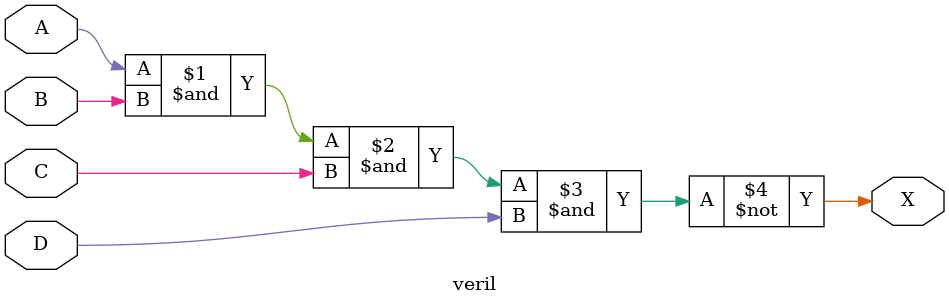
<source format=v>
`timescale 1ns / 1ps
module veril(
    input A,  //A ustawione jako wejcie
    input B,  //B ustawione jako wejcie
    input C,  //C ustawione jako wejcie
    input D,  //D ustawione jako wejcie
    output X  //X ustawione jako wejcie
    );

assign X = ~(A & B & C & D);  // zdefiniowanie X jako zanegowan¹ sumê wszystkich wejæ

endmodule

</source>
